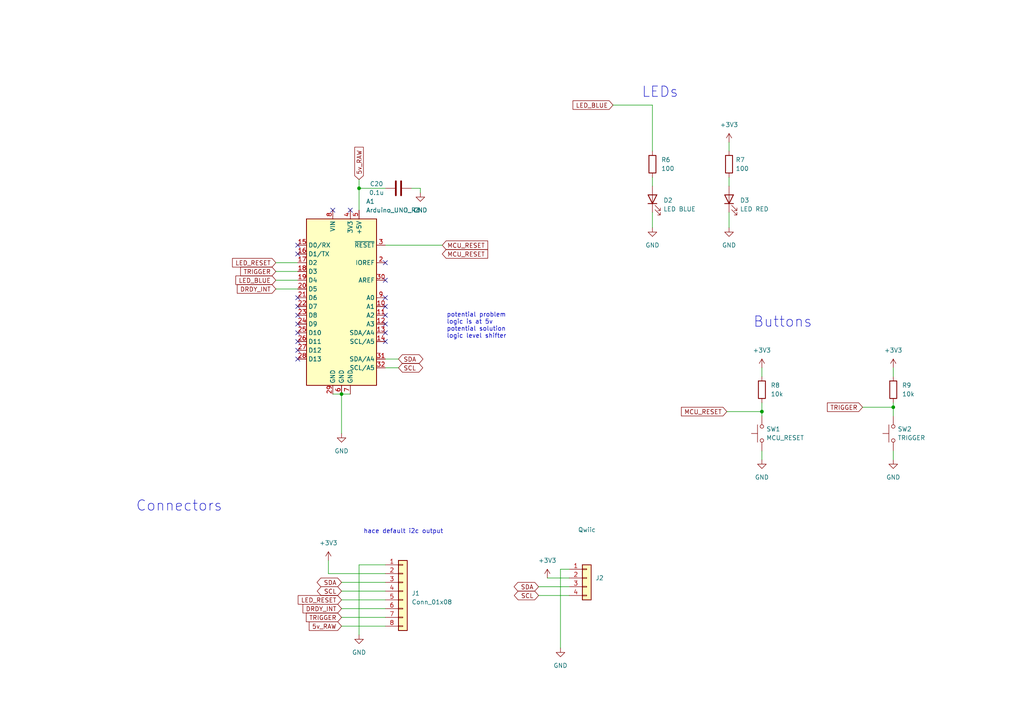
<source format=kicad_sch>
(kicad_sch (version 20230121) (generator eeschema)
  (paper "A4")
  (title_block (title "Development Board") (date "2022-03-15") (rev "2.1") (company "Plastic Scanner"))
  (lib_symbols
    (symbol "Connector_Generic:Conn_01x04" (pin_names (offset 1.016) hide)
      (property "Reference" "J" (at 0 5.08 0))
      (property "Value" "Conn_01x04" (at 0 -7.62 0))
      (symbol "Conn_01x04_1_1"
        (rectangle (start -1.27 -4.953) (end 0 -5.207) (stroke (width 0.1524)))
        (rectangle (start -1.27 -2.413) (end 0 -2.667) (stroke (width 0.1524)))
        (rectangle (start -1.27 0.127) (end 0 -0.127) (stroke (width 0.1524)))
        (rectangle (start -1.27 2.667) (end 0 2.413) (stroke (width 0.1524)))
        (rectangle (start -1.27 3.81) (end 1.27 -6.35) (stroke (width 0.254)) (fill (type background)))
        (pin passive line (at -5.08 2.54 0) (length 3.81) (name "Pin_1") (number "1"))
        (pin passive line (at -5.08 0 0) (length 3.81) (name "Pin_2") (number "2"))
        (pin passive line (at -5.08 -2.54 0) (length 3.81) (name "Pin_3") (number "3"))
        (pin passive line (at -5.08 -5.08 0) (length 3.81) (name "Pin_4") (number "4"))
      )
    )
    (symbol "Connector_Generic:Conn_01x08" (pin_names (offset 1.016) hide)
      (property "Reference" "J" (at 0 10.16 0))
      (property "Value" "Conn_01x08" (at 0 -12.7 0))
      (symbol "Conn_01x08_1_1"
        (rectangle (start -1.27 -10.033) (end 0 -10.287) (stroke (width 0.1524)))
        (rectangle (start -1.27 -7.493) (end 0 -7.747) (stroke (width 0.1524)))
        (rectangle (start -1.27 -4.953) (end 0 -5.207) (stroke (width 0.1524)))
        (rectangle (start -1.27 -2.413) (end 0 -2.667) (stroke (width 0.1524)))
        (rectangle (start -1.27 0.127) (end 0 -0.127) (stroke (width 0.1524)))
        (rectangle (start -1.27 2.667) (end 0 2.413) (stroke (width 0.1524)))
        (rectangle (start -1.27 5.207) (end 0 4.953) (stroke (width 0.1524)))
        (rectangle (start -1.27 7.747) (end 0 7.493) (stroke (width 0.1524)))
        (rectangle (start -1.27 8.89) (end 1.27 -11.43) (stroke (width 0.254)) (fill (type background)))
        (pin passive line (at -5.08 7.62 0) (length 3.81) (name "Pin_1") (number "1"))
        (pin passive line (at -5.08 5.08 0) (length 3.81) (name "Pin_2") (number "2"))
        (pin passive line (at -5.08 2.54 0) (length 3.81) (name "Pin_3") (number "3"))
        (pin passive line (at -5.08 0 0) (length 3.81) (name "Pin_4") (number "4"))
        (pin passive line (at -5.08 -2.54 0) (length 3.81) (name "Pin_5") (number "5"))
        (pin passive line (at -5.08 -5.08 0) (length 3.81) (name "Pin_6") (number "6"))
        (pin passive line (at -5.08 -7.62 0) (length 3.81) (name "Pin_7") (number "7"))
        (pin passive line (at -5.08 -10.16 0) (length 3.81) (name "Pin_8") (number "8"))
      )
    )
    (symbol "Device:C" (pin_numbers hide) (pin_names (offset 0.254))
      (property "Reference" "C" (at 0.635 2.54 0))
      (property "Value" "C" (at 0.635 -2.54 0))
      (symbol "C_0_1"
        (polyline (pts (xy -2.032 -0.762) (xy 2.032 -0.762)) (stroke (width 0.508)))
        (polyline (pts (xy -2.032 0.762) (xy 2.032 0.762)) (stroke (width 0.508)))
      )
      (symbol "C_1_1"
        (pin passive line (at 0 3.81 270) (length 2.794) (name "~") (number "1"))
        (pin passive line (at 0 -3.81 90) (length 2.794) (name "~") (number "2"))
      )
    )
    (symbol "Device:LED" (pin_numbers hide) (pin_names (offset 1.016) hide)
      (property "Reference" "D" (at 0 2.54 0))
      (property "Value" "LED" (at 0 -2.54 0))
      (symbol "LED_0_1"
        (polyline (pts (xy -1.27 -1.27) (xy -1.27 1.27)) (stroke (width 0.254)))
        (polyline (pts (xy -1.27 0) (xy 1.27 0)))
        (polyline (pts (xy 1.27 -1.27) (xy 1.27 1.27) (xy -1.27 0) (xy 1.27 -1.27)) (stroke (width 0.254)))
        (polyline (pts (xy -3.048 -0.762) (xy -4.572 -2.286) (xy -3.81 -2.286) (xy -4.572 -2.286) (xy -4.572 -1.524)))
        (polyline (pts (xy -1.778 -0.762) (xy -3.302 -2.286) (xy -2.54 -2.286) (xy -3.302 -2.286) (xy -3.302 -1.524)))
      )
      (symbol "LED_1_1"
        (pin passive line (at -3.81 0 0) (length 2.54) (name "K") (number "1"))
        (pin passive line (at 3.81 0 180) (length 2.54) (name "A") (number "2"))
      )
    )
    (symbol "Device:R" (pin_numbers hide) (pin_names (offset 0))
      (property "Reference" "R" (at 2.032 0 90))
      (property "Value" "R" (at 0 0 90))
      (symbol "R_0_1"
        (rectangle (start -1.016 -2.54) (end 1.016 2.54) (stroke (width 0.254)))
      )
      (symbol "R_1_1"
        (pin passive line (at 0 3.81 270) (length 1.27) (name "~") (number "1"))
        (pin passive line (at 0 -3.81 90) (length 1.27) (name "~") (number "2"))
      )
    )
    (symbol "MCU_Module:Arduino_UNO_R3"
      (property "Reference" "A" (at -10.16 23.495 0))
      (property "Value" "Arduino_UNO_R3" (at 5.08 -26.67 0))
      (symbol "Arduino_UNO_R3_0_1"
        (rectangle (start -10.16 22.86) (end 10.16 -25.4) (stroke (width 0.254)) (fill (type background)))
      )
      (symbol "Arduino_UNO_R3_1_1"
        (pin no_connect line (at -10.16 -20.32 0) (length 2.54) hide (name "NC") (number "1"))
        (pin bidirectional line (at 12.7 -2.54 180) (length 2.54) (name "A1") (number "10"))
        (pin bidirectional line (at 12.7 -5.08 180) (length 2.54) (name "A2") (number "11"))
        (pin bidirectional line (at 12.7 -7.62 180) (length 2.54) (name "A3") (number "12"))
        (pin bidirectional line (at 12.7 -10.16 180) (length 2.54) (name "SDA/A4") (number "13"))
        (pin bidirectional line (at 12.7 -12.7 180) (length 2.54) (name "SCL/A5") (number "14"))
        (pin bidirectional line (at -12.7 15.24 0) (length 2.54) (name "D0/RX") (number "15"))
        (pin bidirectional line (at -12.7 12.7 0) (length 2.54) (name "D1/TX") (number "16"))
        (pin bidirectional line (at -12.7 10.16 0) (length 2.54) (name "D2") (number "17"))
        (pin bidirectional line (at -12.7 7.62 0) (length 2.54) (name "D3") (number "18"))
        (pin bidirectional line (at -12.7 5.08 0) (length 2.54) (name "D4") (number "19"))
        (pin output line (at 12.7 10.16 180) (length 2.54) (name "IOREF") (number "2"))
        (pin bidirectional line (at -12.7 2.54 0) (length 2.54) (name "D5") (number "20"))
        (pin bidirectional line (at -12.7 0 0) (length 2.54) (name "D6") (number "21"))
        (pin bidirectional line (at -12.7 -2.54 0) (length 2.54) (name "D7") (number "22"))
        (pin bidirectional line (at -12.7 -5.08 0) (length 2.54) (name "D8") (number "23"))
        (pin bidirectional line (at -12.7 -7.62 0) (length 2.54) (name "D9") (number "24"))
        (pin bidirectional line (at -12.7 -10.16 0) (length 2.54) (name "D10") (number "25"))
        (pin bidirectional line (at -12.7 -12.7 0) (length 2.54) (name "D11") (number "26"))
        (pin bidirectional line (at -12.7 -15.24 0) (length 2.54) (name "D12") (number "27"))
        (pin bidirectional line (at -12.7 -17.78 0) (length 2.54) (name "D13") (number "28"))
        (pin power_in line (at -2.54 -27.94 90) (length 2.54) (name "GND") (number "29"))
        (pin input line (at 12.7 15.24 180) (length 2.54) (name "~{RESET}") (number "3"))
        (pin input line (at 12.7 5.08 180) (length 2.54) (name "AREF") (number "30"))
        (pin bidirectional line (at 12.7 -17.78 180) (length 2.54) (name "SDA/A4") (number "31"))
        (pin bidirectional line (at 12.7 -20.32 180) (length 2.54) (name "SCL/A5") (number "32"))
        (pin power_out line (at 2.54 25.4 270) (length 2.54) (name "3V3") (number "4"))
        (pin power_out line (at 5.08 25.4 270) (length 2.54) (name "+5V") (number "5"))
        (pin power_in line (at 0 -27.94 90) (length 2.54) (name "GND") (number "6"))
        (pin power_in line (at 2.54 -27.94 90) (length 2.54) (name "GND") (number "7"))
        (pin power_in line (at -2.54 25.4 270) (length 2.54) (name "VIN") (number "8"))
        (pin bidirectional line (at 12.7 0 180) (length 2.54) (name "A0") (number "9"))
      )
    )
    (symbol "Switch:SW_Push" (pin_numbers hide) (pin_names (offset 1.016) hide)
      (property "Reference" "SW" (at 1.27 2.54 0))
      (property "Value" "SW_Push" (at 0 -1.524 0))
      (symbol "SW_Push_0_1"
        (circle (center -2.032 0) (radius 0.508))
        (polyline (pts (xy 0 1.27) (xy 0 3.048)))
        (polyline (pts (xy 2.54 1.27) (xy -2.54 1.27)))
        (circle (center 2.032 0) (radius 0.508))
        (pin passive line (at -5.08 0 0) (length 2.54) (name "1") (number "1"))
        (pin passive line (at 5.08 0 180) (length 2.54) (name "2") (number "2"))
      )
    )
    (symbol "power:+3.3V" (power) (pin_names (offset 0))
      (property "Value" "+3.3V" (at 0 3.556 0))
      (symbol "+3.3V_0_1"
        (polyline (pts (xy -0.762 1.27) (xy 0 2.54)))
        (polyline (pts (xy 0 0) (xy 0 2.54)))
        (polyline (pts (xy 0 2.54) (xy 0.762 1.27)))
      )
      (symbol "+3.3V_1_1"
        (pin power_in line (at 0 0 90) (length 0) hide (name "+3V3") (number "1"))
      )
    )
    (symbol "power:GND" (power) (pin_names (offset 0))
      (property "Value" "GND" (at 0 -3.81 0))
      (symbol "GND_0_1"
        (polyline (pts (xy 0 0) (xy 0 -1.27) (xy 1.27 -1.27) (xy 0 -2.54) (xy -1.27 -1.27) (xy 0 -1.27)))
      )
      (symbol "GND_1_1"
        (pin power_in line (at 0 0 270) (length 0) hide (name "GND") (number "1"))
      )
    )
  )
  (bus_alias "BUS2" (members "SDA" "SCL"))
  (junction (at 259.08 118.11))
  (junction (at 99.06 114.3))
  (junction (at 104.14 54.61))
  (junction (at 220.98 119.38))
  (no_connect (at 86.36 73.66))
  (no_connect (at 86.36 71.12))
  (no_connect (at 111.76 76.2))
  (no_connect (at 96.52 60.96))
  (no_connect (at 111.76 81.28))
  (no_connect (at 111.76 99.06))
  (no_connect (at 111.76 86.36))
  (no_connect (at 111.76 88.9))
  (no_connect (at 111.76 91.44))
  (no_connect (at 111.76 93.98))
  (no_connect (at 111.76 96.52))
  (no_connect (at 86.36 93.98))
  (no_connect (at 86.36 91.44))
  (no_connect (at 86.36 96.52))
  (no_connect (at 101.6 60.96))
  (no_connect (at 86.36 86.36))
  (no_connect (at 86.36 99.06))
  (no_connect (at 86.36 88.9))
  (no_connect (at 86.36 101.6))
  (no_connect (at 86.36 104.14))
  (wire (pts (xy 104.14 54.61) (xy 104.14 60.96)))
  (wire (pts (xy 165.1 167.64) (xy 158.75 167.64)))
  (wire (pts (xy 99.06 114.3) (xy 99.06 125.73)))
  (wire (pts (xy 177.8 30.48) (xy 189.23 30.48)))
  (wire (pts (xy 189.23 51.435) (xy 189.23 53.975)))
  (wire (pts (xy 156.21 170.18) (xy 165.1 170.18)))
  (wire (pts (xy 259.08 118.11) (xy 259.08 120.65)))
  (wire (pts (xy 210.82 119.38) (xy 220.98 119.38)))
  (wire (pts (xy 80.01 76.2) (xy 86.36 76.2)))
  (wire (pts (xy 80.01 83.82) (xy 86.36 83.82)))
  (wire (pts (xy 111.76 104.14) (xy 115.57 104.14)))
  (wire (pts (xy 121.92 54.61) (xy 121.92 55.88)))
  (wire (pts (xy 220.98 116.84) (xy 220.98 119.38)))
  (wire (pts (xy 96.52 114.3) (xy 99.06 114.3)))
  (wire (pts (xy 211.455 51.435) (xy 211.455 53.975)))
  (wire (pts (xy 111.76 166.37) (xy 95.25 166.37)))
  (wire (pts (xy 162.56 165.1) (xy 165.1 165.1)))
  (wire (pts (xy 80.01 81.28) (xy 86.36 81.28)))
  (wire (pts (xy 99.06 176.53) (xy 111.76 176.53)))
  (wire (pts (xy 119.38 54.61) (xy 121.92 54.61)))
  (wire (pts (xy 259.08 116.84) (xy 259.08 118.11)))
  (wire (pts (xy 259.08 106.68) (xy 259.08 109.22)))
  (wire (pts (xy 99.06 171.45) (xy 111.76 171.45)))
  (wire (pts (xy 104.14 54.61) (xy 111.76 54.61)))
  (wire (pts (xy 220.98 106.68) (xy 220.98 109.22)))
  (wire (pts (xy 111.76 71.12) (xy 128.27 71.12)))
  (wire (pts (xy 111.76 106.68) (xy 115.57 106.68)))
  (wire (pts (xy 189.23 30.48) (xy 189.23 43.815)))
  (wire (pts (xy 189.23 61.595) (xy 189.23 66.04)))
  (wire (pts (xy 99.06 173.99) (xy 111.76 173.99)))
  (wire (pts (xy 211.455 41.275) (xy 211.455 43.815)))
  (wire (pts (xy 220.98 130.81) (xy 220.98 133.35)))
  (wire (pts (xy 99.06 179.07) (xy 111.76 179.07)))
  (wire (pts (xy 104.14 52.07) (xy 104.14 54.61)))
  (wire (pts (xy 99.06 168.91) (xy 111.76 168.91)))
  (wire (pts (xy 95.25 166.37) (xy 95.25 162.56)))
  (wire (pts (xy 104.14 184.15) (xy 104.14 163.83)))
  (wire (pts (xy 99.06 181.61) (xy 111.76 181.61)))
  (wire (pts (xy 211.455 61.595) (xy 211.455 66.04)))
  (wire (pts (xy 259.08 130.81) (xy 259.08 133.35)))
  (wire (pts (xy 162.56 187.96) (xy 162.56 165.1)))
  (wire (pts (xy 104.14 163.83) (xy 111.76 163.83)))
  (wire (pts (xy 80.01 78.74) (xy 86.36 78.74)))
  (wire (pts (xy 99.06 114.3) (xy 101.6 114.3)))
  (wire (pts (xy 156.21 172.72) (xy 165.1 172.72)))
  (wire (pts (xy 220.98 119.38) (xy 220.98 120.65)))
  (wire (pts (xy 250.19 118.11) (xy 259.08 118.11)))
  (text "LEDs" (at 186.055 28.575 0) (effects (font (size 3 3)) (justify left bottom)))
  (text "potential problem\nlogic is at 5v\npotential solution\nlogic level shifter\n\n" (at 129.54 100.33 0) (effects (font (size 1.27 1.27)) (justify left bottom)))
  (text "hace default i2c output" (at 105.41 154.94 0) (effects (font (size 1.27 1.27)) (justify left bottom)))
  (text "Connectors" (at 39.37 148.59 0) (effects (font (size 3 3)) (justify left bottom)))
  (text "Buttons" (at 218.44 95.25 0) (effects (font (size 3 3)) (justify left bottom)))
  (global_label "DRDY_INT" (shape input) (at 99.06 176.53 180) (property "Intersheetrefs" "${INTERSHEET_REFS}" (effects hide)))
  (global_label "SDA" (shape bidirectional) (at 99.06 168.91 180) (property "Intersheetrefs" "${INTERSHEET_REFS}" (effects hide)))
  (global_label "SCL" (shape bidirectional) (at 115.57 106.68 0) (property "Intersheetrefs" "${INTERSHEET_REFS}" (effects hide)))
  (global_label "LED_BLUE" (shape input) (at 177.8 30.48 180) (property "Intersheetrefs" "${INTERSHEET_REFS}" (effects hide)))
  (global_label "DRDY_INT" (shape input) (at 80.01 83.82 180) (property "Intersheetrefs" "${INTERSHEET_REFS}" (effects hide)))
  (global_label "SDA" (shape bidirectional) (at 156.21 170.18 180) (property "Intersheetrefs" "${INTERSHEET_REFS}" (effects hide)))
  (global_label "TRIGGER" (shape input) (at 99.06 179.07 180) (property "Intersheetrefs" "${INTERSHEET_REFS}" (effects hide)))
  (global_label "TRIGGER" (shape input) (at 80.01 78.74 180) (property "Intersheetrefs" "${INTERSHEET_REFS}" (effects hide)))
  (global_label "MCU_RESET" (shape input) (at 210.82 119.38 180) (property "Intersheetrefs" "${INTERSHEET_REFS}" (effects hide)))
  (global_label "LED_RESET" (shape input) (at 80.01 76.2 180) (property "Intersheetrefs" "${INTERSHEET_REFS}" (effects hide)))
  (global_label "LED_BLUE" (shape input) (at 80.01 81.28 180) (property "Intersheetrefs" "${INTERSHEET_REFS}" (effects hide)))
  (global_label "TRIGGER" (shape input) (at 250.19 118.11 180) (property "Intersheetrefs" "${INTERSHEET_REFS}" (effects hide)))
  (global_label "5v_RAW" (shape input) (at 104.14 52.07 90) (property "Intersheetrefs" "${INTERSHEET_REFS}" (effects hide)))
  (global_label "SCL" (shape bidirectional) (at 99.06 171.45 180) (property "Intersheetrefs" "${INTERSHEET_REFS}" (effects hide)))
  (global_label "MCU_RESET" (shape input) (at 128.27 71.12 0) (property "Intersheetrefs" "${INTERSHEET_REFS}" (effects hide)))
  (global_label "SCL" (shape bidirectional) (at 156.21 172.72 180) (property "Intersheetrefs" "${INTERSHEET_REFS}" (effects hide)))
  (global_label "MCU_RESET" (shape input) (at 128.27 73.66 0) (property "Intersheetrefs" "${INTERSHEET_REFS}" (effects hide)))
  (global_label "SDA" (shape bidirectional) (at 115.57 104.14 0) (property "Intersheetrefs" "${INTERSHEET_REFS}" (effects hide)))
  (global_label "LED_RESET" (shape input) (at 99.06 173.99 180) (property "Intersheetrefs" "${INTERSHEET_REFS}" (effects hide)))
  (global_label "5v_RAW" (shape input) (at 99.06 181.61 180) (property "Intersheetrefs" "${INTERSHEET_REFS}" (effects hide)))
  (symbol (lib_id "power:+3.3V") (at 259.08 106.68 0) (unit 1)
    (property "Reference" "#PWR023" (effects hide))
    (property "Value" "+3.3V" (at 259.08 101.6 0))
  )
  (symbol (lib_id "Device:LED") (at 211.455 57.785 90) (unit 1)
    (property "Reference" "D3" (at 214.63 58.1024 90) (effects (justify right)))
    (property "Value" "LED RED" (at 214.63 60.6424 90) (effects (justify right)))
    (property "Footprint" "LED_SMD:LED_0805_2012Metric_Pad1.15x1.40mm_HandSolder" (effects hide))
  )
  (symbol (lib_id "power:+3.3V") (at 95.25 162.56 0) (unit 1)
    (property "Reference" "#PWR013" (effects hide))
    (property "Value" "+3.3V" (at 95.25 157.48 0))
  )
  (symbol (lib_id "power:GND") (at 99.06 125.73 0) (unit 1)
    (property "Reference" "#PWR014" (effects hide))
    (property "Value" "GND" (at 99.06 130.81 0))
  )
  (symbol (lib_id "power:GND") (at 189.23 66.04 0) (unit 1)
    (property "Reference" "#PWR018" (effects hide))
    (property "Value" "GND" (at 189.23 71.12 0))
  )
  (symbol (lib_id "Switch:SW_Push") (at 220.98 125.73 90) (unit 1)
    (property "Reference" "SW1" (at 222.25 124.4599 90) (effects (justify right)))
    (property "Value" "MCU_RESET" (at 222.25 126.9999 90) (effects (justify right)))
    (property "Footprint" "Button_Switch_THT:SW_PUSH_6mm" (effects hide))
  )
  (symbol (lib_id "power:GND") (at 104.14 184.15 0) (unit 1)
    (property "Reference" "#PWR015" (effects hide))
    (property "Value" "GND" (at 104.14 189.23 0))
  )
  (symbol (lib_id "power:+3.3V") (at 211.455 41.275 0) (unit 1)
    (property "Reference" "#PWR019" (effects hide))
    (property "Value" "+3.3V" (at 211.455 36.195 0))
  )
  (symbol (lib_id "power:GND") (at 259.08 133.35 0) (unit 1)
    (property "Reference" "#PWR024" (effects hide))
    (property "Value" "GND" (at 259.08 138.43 0))
  )
  (symbol (lib_id "Device:R") (at 259.08 113.03 0) (unit 1)
    (property "Reference" "R9" (at 261.62 111.7599 0) (effects (justify left)))
    (property "Value" "10k" (at 261.62 114.2999 0) (effects (justify left)))
    (property "Footprint" "Resistor_SMD:R_0805_2012Metric_Pad1.20x1.40mm_HandSolder" (effects hide))
  )
  (symbol (lib_id "Device:R") (at 189.23 47.625 0) (mirror y) (unit 1)
    (property "Reference" "R6" (at 191.77 46.3549 0) (effects (justify right)))
    (property "Value" "100" (at 191.77 48.8949 0) (effects (justify right)))
    (property "Footprint" "Resistor_SMD:R_0805_2012Metric_Pad1.20x1.40mm_HandSolder" (effects hide))
  )
  (symbol (lib_id "Switch:SW_Push") (at 259.08 125.73 90) (unit 1)
    (property "Reference" "SW2" (at 260.35 124.4599 90) (effects (justify right)))
    (property "Value" "TRIGGER" (at 260.35 126.9999 90) (effects (justify right)))
    (property "Footprint" "Button_Switch_THT:SW_PUSH_6mm" (effects hide))
  )
  (symbol (lib_id "power:GND") (at 121.92 55.88 0) (unit 1)
    (property "Reference" "#PWR043" (effects hide))
    (property "Value" "GND" (at 121.92 60.96 0))
  )
  (symbol (lib_id "Device:R") (at 211.455 47.625 0) (mirror y) (unit 1)
    (property "Reference" "R7" (at 213.36 46.3549 0) (effects (justify right)))
    (property "Value" "100" (at 213.36 48.8949 0) (effects (justify right)))
    (property "Footprint" "Resistor_SMD:R_0805_2012Metric_Pad1.20x1.40mm_HandSolder" (effects hide))
  )
  (symbol (lib_id "Device:LED") (at 189.23 57.785 90) (unit 1)
    (property "Reference" "D2" (at 192.405 58.1024 90) (effects (justify right)))
    (property "Value" "LED BLUE" (at 192.405 60.6424 90) (effects (justify right)))
    (property "Footprint" "LED_SMD:LED_0805_2012Metric_Pad1.15x1.40mm_HandSolder" (effects hide))
  )
  (symbol (lib_id "Connector_Generic:Conn_01x04") (at 170.18 167.64 0) (unit 1)
    (property "Reference" "J2" (at 172.72 167.6399 0) (effects (justify left)))
    (property "Value" "Qwiic" (at 167.64 153.67 0) (effects (justify left)))
    (property "Footprint" "Connector_JST:JST_SH_SM04B-SRSS-TB_1x04-1MP_P1.00mm_Horizontal" (effects hide))
  )
  (symbol (lib_id "Device:C") (at 115.57 54.61 90) (unit 1)
    (property "Reference" "C20" (at 109.22 53.34 90))
    (property "Value" "0.1u" (at 109.22 55.88 90))
    (property "Footprint" "Capacitor_SMD:C_0805_2012Metric_Pad1.18x1.45mm_HandSolder" (effects hide))
    (instances (project "PCB KiCad" (path "" (reference "C20") (unit 1)) (path "" (reference "C22") (unit 1))))
  )
  (symbol (lib_id "Connector_Generic:Conn_01x08") (at 116.84 171.45 0) (unit 1)
    (property "Reference" "J1" (at 119.38 172.085 0) (effects (justify left)))
    (property "Value" "Conn_01x08" (at 119.38 174.625 0) (effects (justify left)))
    (property "Footprint" "Connector_PinHeader_2.54mm:PinHeader_1x08_P2.54mm_Vertical" (effects hide))
  )
  (symbol (lib_id "power:GND") (at 211.455 66.04 0) (unit 1)
    (property "Reference" "#PWR020" (effects hide))
    (property "Value" "GND" (at 211.455 71.12 0))
  )
  (symbol (lib_id "MCU_Module:Arduino_UNO_R3") (at 99.06 86.36 0) (unit 1)
    (property "Reference" "A1" (at 106.1594 58.42 0) (effects (justify left)))
    (property "Value" "Arduino_UNO_R3" (at 106.1594 60.96 0) (effects (justify left)))
    (property "Footprint" "Module:Arduino_UNO_R3" (effects hide))
    (property "Datasheet" "https://www.arduino.cc/en/Main/arduinoBoardUno" (effects hide))
  )
  (symbol (lib_id "Device:R") (at 220.98 113.03 0) (unit 1)
    (property "Reference" "R8" (at 223.52 111.7599 0) (effects (justify left)))
    (property "Value" "10k" (at 223.52 114.2999 0) (effects (justify left)))
    (property "Footprint" "Resistor_SMD:R_0805_2012Metric_Pad1.20x1.40mm_HandSolder" (effects hide))
  )
  (symbol (lib_id "power:+3.3V") (at 220.98 106.68 0) (unit 1)
    (property "Reference" "#PWR021" (effects hide))
    (property "Value" "+3.3V" (at 220.98 101.6 0))
  )
  (symbol (lib_id "power:GND") (at 162.56 187.96 0) (unit 1)
    (property "Reference" "#PWR017" (effects hide))
    (property "Value" "GND" (at 162.56 193.04 0))
  )
  (symbol (lib_id "power:GND") (at 220.98 133.35 0) (unit 1)
    (property "Reference" "#PWR022" (effects hide))
    (property "Value" "GND" (at 220.98 138.43 0))
  )
  (symbol (lib_id "power:+3.3V") (at 158.75 167.64 0) (unit 1)
    (property "Reference" "#PWR016" (effects hide))
    (property "Value" "+3.3V" (at 158.75 162.56 0))
  )
)
</source>
